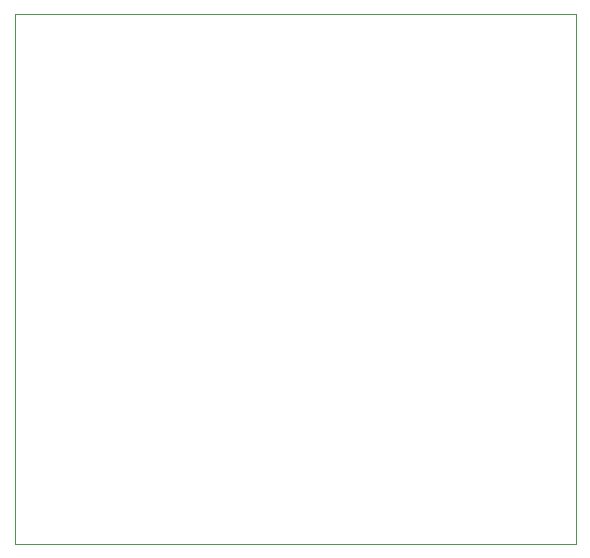
<source format=gbr>
G04 #@! TF.FileFunction,Profile,NP*
%FSLAX46Y46*%
G04 Gerber Fmt 4.6, Leading zero omitted, Abs format (unit mm)*
G04 Created by KiCad (PCBNEW 4.0.7) date 08/25/20 08:50:58*
%MOMM*%
%LPD*%
G01*
G04 APERTURE LIST*
%ADD10C,0.150000*%
%ADD11C,0.100000*%
G04 APERTURE END LIST*
D10*
D11*
X234099100Y-156502100D02*
X186588400Y-156502100D01*
X234099100Y-111620300D02*
X234099100Y-156502100D01*
X186588400Y-111620300D02*
X234099100Y-111620300D01*
X186588400Y-156502100D02*
X186588400Y-111620300D01*
M02*

</source>
